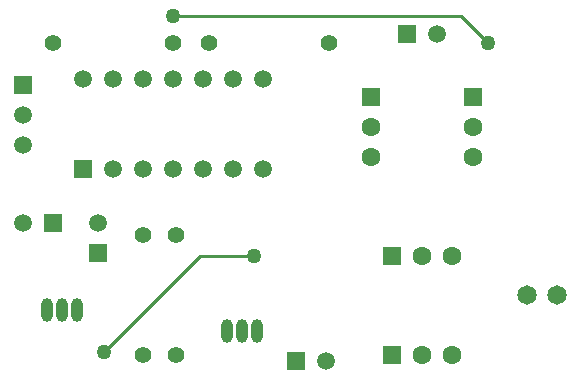
<source format=gtl>
%FSLAX24Y24*%
%MOIN*%
G70*
G01*
G75*
G04 Layer_Physical_Order=1*
G04 Layer_Color=255*
%ADD10C,0.0100*%
%ADD11R,0.0591X0.0591*%
%ADD12C,0.0591*%
%ADD13O,0.0394X0.0787*%
%ADD14O,0.0394X0.0787*%
%ADD15R,0.0630X0.0630*%
%ADD16C,0.0630*%
%ADD17C,0.0551*%
%ADD18R,0.0591X0.0591*%
%ADD19R,0.0630X0.0630*%
%ADD20C,0.0650*%
%ADD21C,0.0500*%
D10*
X36500Y26500D02*
X38300D01*
X33300Y23300D02*
X36500Y26500D01*
X35600Y34500D02*
X45200D01*
X46100Y33600D01*
D11*
X33100Y26600D02*
D03*
X30600Y32200D02*
D03*
X32600Y29400D02*
D03*
D12*
X33100Y27600D02*
D03*
X30600Y31200D02*
D03*
Y30200D02*
D03*
X44400Y33900D02*
D03*
X30600Y27600D02*
D03*
X40700Y23000D02*
D03*
X33600Y29400D02*
D03*
X34600D02*
D03*
X35600D02*
D03*
X36600D02*
D03*
X37600D02*
D03*
X38600D02*
D03*
X32600Y32400D02*
D03*
X33600D02*
D03*
X34600D02*
D03*
X35600D02*
D03*
X36600D02*
D03*
X37600D02*
D03*
X38600D02*
D03*
D13*
X38400Y24000D02*
D03*
X37900D02*
D03*
X32400Y24700D02*
D03*
X31900D02*
D03*
D14*
X37400Y24000D02*
D03*
X31400Y24700D02*
D03*
D15*
X42900Y23200D02*
D03*
Y26500D02*
D03*
D16*
X43900Y23200D02*
D03*
X44900D02*
D03*
X45600Y30800D02*
D03*
Y29800D02*
D03*
X42200Y30800D02*
D03*
Y29800D02*
D03*
X43900Y26500D02*
D03*
X44900D02*
D03*
D17*
X36800Y33600D02*
D03*
X40800D02*
D03*
X35700Y27200D02*
D03*
Y23200D02*
D03*
X34600Y27200D02*
D03*
Y23200D02*
D03*
X35600Y33600D02*
D03*
X31600D02*
D03*
D18*
X43400Y33900D02*
D03*
X31600Y27600D02*
D03*
X39700Y23000D02*
D03*
D19*
X45600Y31800D02*
D03*
X42200D02*
D03*
D20*
X48400Y25200D02*
D03*
X47400D02*
D03*
D21*
X38300Y26500D02*
D03*
X33300Y23300D02*
D03*
X35600Y34500D02*
D03*
X46100Y33600D02*
D03*
M02*

</source>
